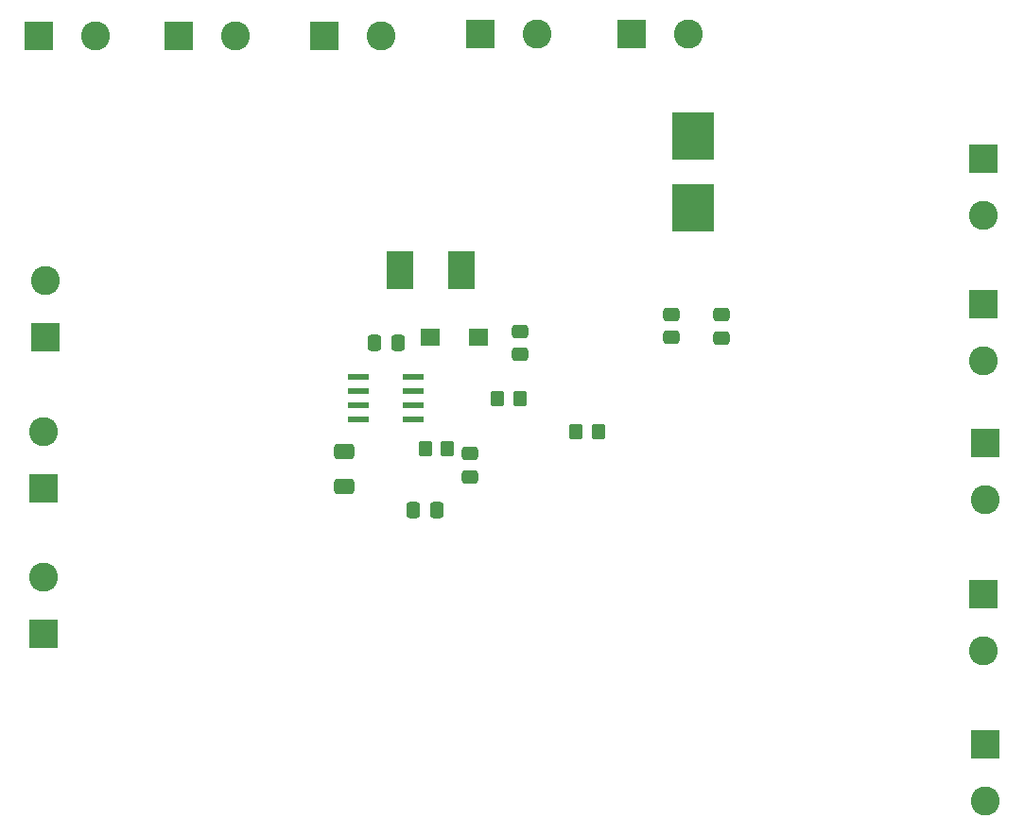
<source format=gts>
%TF.GenerationSoftware,KiCad,Pcbnew,8.0.5*%
%TF.CreationDate,2024-11-24T13:51:33-06:00*%
%TF.ProjectId,Buck_V2,4275636b-5f56-4322-9e6b-696361645f70,rev?*%
%TF.SameCoordinates,Original*%
%TF.FileFunction,Soldermask,Top*%
%TF.FilePolarity,Negative*%
%FSLAX46Y46*%
G04 Gerber Fmt 4.6, Leading zero omitted, Abs format (unit mm)*
G04 Created by KiCad (PCBNEW 8.0.5) date 2024-11-24 13:51:33*
%MOMM*%
%LPD*%
G01*
G04 APERTURE LIST*
G04 Aperture macros list*
%AMRoundRect*
0 Rectangle with rounded corners*
0 $1 Rounding radius*
0 $2 $3 $4 $5 $6 $7 $8 $9 X,Y pos of 4 corners*
0 Add a 4 corners polygon primitive as box body*
4,1,4,$2,$3,$4,$5,$6,$7,$8,$9,$2,$3,0*
0 Add four circle primitives for the rounded corners*
1,1,$1+$1,$2,$3*
1,1,$1+$1,$4,$5*
1,1,$1+$1,$6,$7*
1,1,$1+$1,$8,$9*
0 Add four rect primitives between the rounded corners*
20,1,$1+$1,$2,$3,$4,$5,0*
20,1,$1+$1,$4,$5,$6,$7,0*
20,1,$1+$1,$6,$7,$8,$9,0*
20,1,$1+$1,$8,$9,$2,$3,0*%
G04 Aperture macros list end*
%ADD10RoundRect,0.250000X-0.475000X0.337500X-0.475000X-0.337500X0.475000X-0.337500X0.475000X0.337500X0*%
%ADD11R,1.727200X1.625600*%
%ADD12RoundRect,0.250000X0.350000X0.450000X-0.350000X0.450000X-0.350000X-0.450000X0.350000X-0.450000X0*%
%ADD13RoundRect,0.250000X0.475000X-0.337500X0.475000X0.337500X-0.475000X0.337500X-0.475000X-0.337500X0*%
%ADD14R,2.600000X2.600000*%
%ADD15C,2.600000*%
%ADD16RoundRect,0.250000X-0.337500X-0.475000X0.337500X-0.475000X0.337500X0.475000X-0.337500X0.475000X0*%
%ADD17R,1.981200X0.558800*%
%ADD18R,3.810000X4.240000*%
%ADD19RoundRect,0.250000X-0.650000X0.412500X-0.650000X-0.412500X0.650000X-0.412500X0.650000X0.412500X0*%
%ADD20RoundRect,0.250000X-0.350000X-0.450000X0.350000X-0.450000X0.350000X0.450000X-0.350000X0.450000X0*%
%ADD21R,2.489200X3.429000*%
G04 APERTURE END LIST*
D10*
%TO.C,C6*%
X110000000Y-124500000D03*
X110000000Y-126575000D03*
%TD*%
D11*
%TO.C,D1*%
X84000000Y-126500000D03*
X88267200Y-126500000D03*
%TD*%
D12*
%TO.C,R2*%
X99000000Y-135000000D03*
X97000000Y-135000000D03*
%TD*%
D13*
%TO.C,C3*%
X92000000Y-128037500D03*
X92000000Y-125962500D03*
%TD*%
D14*
%TO.C,J7*%
X61420000Y-99500000D03*
D15*
X66500000Y-99500000D03*
%TD*%
D14*
%TO.C,J8*%
X74500000Y-99500000D03*
D15*
X79580000Y-99500000D03*
%TD*%
D10*
%TO.C,C2*%
X87500000Y-136925000D03*
X87500000Y-139000000D03*
%TD*%
D16*
%TO.C,C5*%
X78962500Y-127000000D03*
X81037500Y-127000000D03*
%TD*%
D10*
%TO.C,C7*%
X105520200Y-124462500D03*
X105520200Y-126537500D03*
%TD*%
D14*
%TO.C,J14*%
X101955000Y-99305000D03*
D15*
X107035000Y-99305000D03*
%TD*%
D14*
%TO.C,J1*%
X133695000Y-162955000D03*
D15*
X133695000Y-168035000D03*
%TD*%
D17*
%TO.C,U1*%
X77536200Y-130095000D03*
X77536200Y-131365000D03*
X77536200Y-132635000D03*
X77536200Y-133905000D03*
X82463800Y-133905000D03*
X82463800Y-132635000D03*
X82463800Y-131365000D03*
X82463800Y-130095000D03*
%TD*%
D14*
%TO.C,J6*%
X48920000Y-99500000D03*
D15*
X54000000Y-99500000D03*
%TD*%
D14*
%TO.C,J9*%
X88455000Y-99305000D03*
D15*
X93535000Y-99305000D03*
%TD*%
D14*
%TO.C,J2*%
X49305000Y-140045000D03*
D15*
X49305000Y-134965000D03*
%TD*%
D14*
%TO.C,J4*%
X49305000Y-153045000D03*
D15*
X49305000Y-147965000D03*
%TD*%
D18*
%TO.C,F1*%
X107500000Y-108500000D03*
X107500000Y-114870000D03*
%TD*%
D19*
%TO.C,C4*%
X76250000Y-136750000D03*
X76250000Y-139875000D03*
%TD*%
D14*
%TO.C,J12*%
X133695000Y-135955000D03*
D15*
X133695000Y-141035000D03*
%TD*%
D14*
%TO.C,J13*%
X133500000Y-149500000D03*
D15*
X133500000Y-154580000D03*
%TD*%
D14*
%TO.C,J3*%
X49500000Y-126500000D03*
D15*
X49500000Y-121420000D03*
%TD*%
D14*
%TO.C,J10*%
X133500000Y-110500000D03*
D15*
X133500000Y-115580000D03*
%TD*%
D20*
%TO.C,R3*%
X83500000Y-136500000D03*
X85500000Y-136500000D03*
%TD*%
D14*
%TO.C,J11*%
X133500000Y-123500000D03*
D15*
X133500000Y-128580000D03*
%TD*%
D16*
%TO.C,C1*%
X82462500Y-142000000D03*
X84537500Y-142000000D03*
%TD*%
D21*
%TO.C,L1*%
X81282200Y-120500000D03*
X86717800Y-120500000D03*
%TD*%
D20*
%TO.C,R1*%
X90000000Y-132000000D03*
X92000000Y-132000000D03*
%TD*%
M02*

</source>
